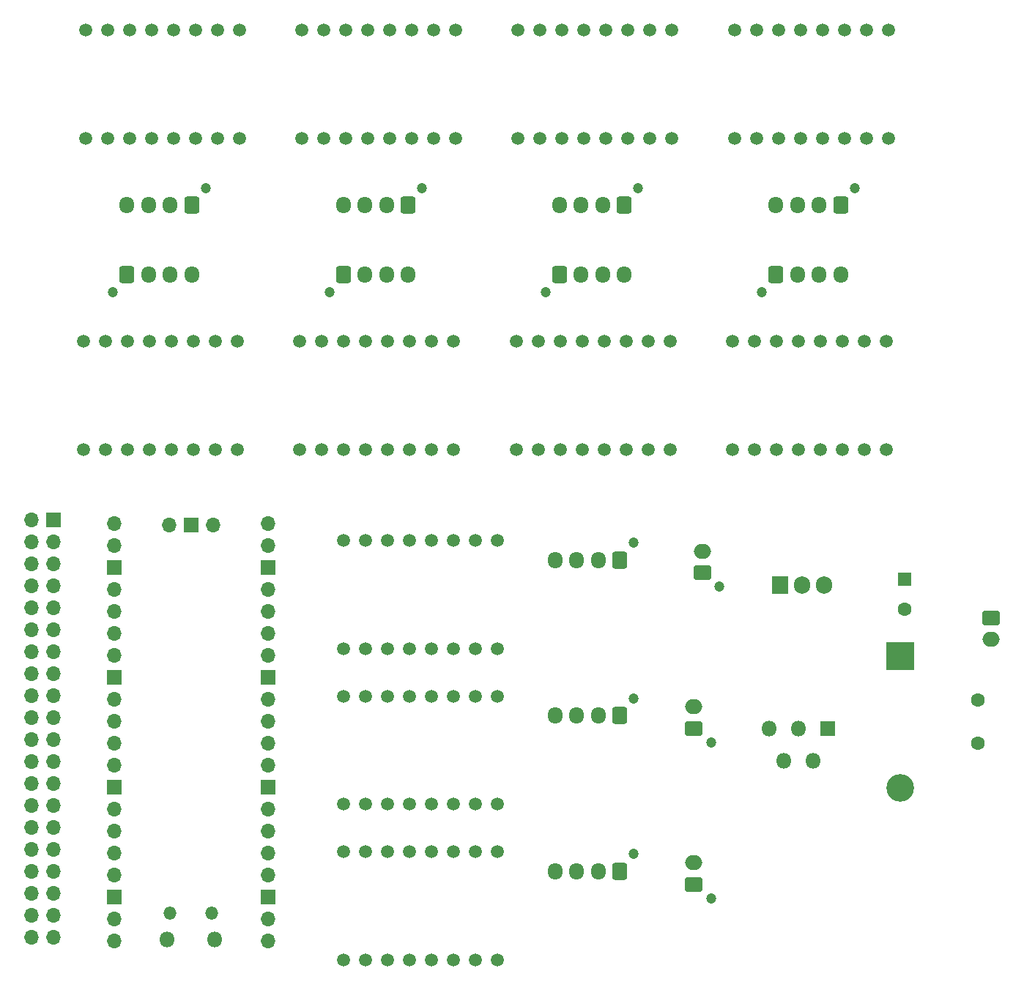
<source format=gbr>
%TF.GenerationSoftware,KiCad,Pcbnew,8.0.8-8.0.8-0~ubuntu24.04.1*%
%TF.CreationDate,2025-06-26T13:06:31-05:00*%
%TF.ProjectId,wasabi,77617361-6269-42e6-9b69-6361645f7063,rev?*%
%TF.SameCoordinates,Original*%
%TF.FileFunction,Soldermask,Bot*%
%TF.FilePolarity,Negative*%
%FSLAX46Y46*%
G04 Gerber Fmt 4.6, Leading zero omitted, Abs format (unit mm)*
G04 Created by KiCad (PCBNEW 8.0.8-8.0.8-0~ubuntu24.04.1) date 2025-06-26 13:06:31*
%MOMM*%
%LPD*%
G01*
G04 APERTURE LIST*
G04 Aperture macros list*
%AMRoundRect*
0 Rectangle with rounded corners*
0 $1 Rounding radius*
0 $2 $3 $4 $5 $6 $7 $8 $9 X,Y pos of 4 corners*
0 Add a 4 corners polygon primitive as box body*
4,1,4,$2,$3,$4,$5,$6,$7,$8,$9,$2,$3,0*
0 Add four circle primitives for the rounded corners*
1,1,$1+$1,$2,$3*
1,1,$1+$1,$4,$5*
1,1,$1+$1,$6,$7*
1,1,$1+$1,$8,$9*
0 Add four rect primitives between the rounded corners*
20,1,$1+$1,$2,$3,$4,$5,0*
20,1,$1+$1,$4,$5,$6,$7,0*
20,1,$1+$1,$6,$7,$8,$9,0*
20,1,$1+$1,$8,$9,$2,$3,0*%
G04 Aperture macros list end*
%ADD10C,1.500000*%
%ADD11RoundRect,0.250000X-0.750000X0.600000X-0.750000X-0.600000X0.750000X-0.600000X0.750000X0.600000X0*%
%ADD12O,2.000000X1.700000*%
%ADD13C,1.600000*%
%ADD14C,1.200000*%
%ADD15RoundRect,0.250000X0.600000X0.725000X-0.600000X0.725000X-0.600000X-0.725000X0.600000X-0.725000X0*%
%ADD16O,1.700000X1.950000*%
%ADD17RoundRect,0.250000X-0.600000X-0.725000X0.600000X-0.725000X0.600000X0.725000X-0.600000X0.725000X0*%
%ADD18O,1.800000X1.800000*%
%ADD19O,1.500000X1.500000*%
%ADD20O,1.700000X1.700000*%
%ADD21R,1.700000X1.700000*%
%ADD22R,3.200000X3.200000*%
%ADD23O,3.200000X3.200000*%
%ADD24R,1.800000X1.800000*%
%ADD25RoundRect,0.250000X0.750000X-0.600000X0.750000X0.600000X-0.750000X0.600000X-0.750000X-0.600000X0*%
%ADD26R,1.600000X1.600000*%
%ADD27R,1.905000X2.000000*%
%ADD28O,1.905000X2.000000*%
G04 APERTURE END LIST*
D10*
%TO.C,mp6500stepper_driver3*%
X111000000Y-113750000D03*
X113540000Y-113750000D03*
X116080000Y-113750000D03*
X118620000Y-113750000D03*
X121160000Y-113750000D03*
X123700000Y-113750000D03*
X126240000Y-113750000D03*
X128780000Y-113750000D03*
X111000000Y-126250000D03*
X113540000Y-126250000D03*
X116080000Y-126250000D03*
X118620000Y-126250000D03*
X121160000Y-126250000D03*
X123700000Y-126250000D03*
X126240000Y-126250000D03*
X128780000Y-126250000D03*
%TD*%
D11*
%TO.C,J1*%
X185900000Y-122700000D03*
D12*
X185900000Y-125200000D03*
%TD*%
D13*
%TO.C,C1*%
X184400000Y-132200000D03*
X184400000Y-137200000D03*
%TD*%
D14*
%TO.C,J3*%
X144600000Y-132000000D03*
D15*
X143000000Y-134000000D03*
D16*
X140500000Y-134000000D03*
X138000000Y-134000000D03*
X135500000Y-134000000D03*
%TD*%
D10*
%TO.C,mp6500stepper_driver7*%
X131000000Y-90750000D03*
X133540000Y-90750000D03*
X136080000Y-90750000D03*
X138620000Y-90750000D03*
X141160000Y-90750000D03*
X143700000Y-90750000D03*
X146240000Y-90750000D03*
X148780000Y-90750000D03*
X131000000Y-103250000D03*
X133540000Y-103250000D03*
X136080000Y-103250000D03*
X138620000Y-103250000D03*
X141160000Y-103250000D03*
X143700000Y-103250000D03*
X146240000Y-103250000D03*
X148780000Y-103250000D03*
%TD*%
D14*
%TO.C,J7*%
X84400000Y-85000000D03*
D17*
X86000000Y-83000000D03*
D16*
X88500000Y-83000000D03*
X91000000Y-83000000D03*
X93500000Y-83000000D03*
%TD*%
D14*
%TO.C,J5*%
X144600000Y-114000000D03*
D15*
X143000000Y-116000000D03*
D16*
X140500000Y-116000000D03*
X138000000Y-116000000D03*
X135500000Y-116000000D03*
%TD*%
D14*
%TO.C,J10*%
X159400000Y-85000000D03*
D17*
X161000000Y-83000000D03*
D16*
X163500000Y-83000000D03*
X166000000Y-83000000D03*
X168500000Y-83000000D03*
%TD*%
D10*
%TO.C,mp6500stepper_driver4*%
X99000000Y-67250000D03*
X96460000Y-67250000D03*
X93920000Y-67250000D03*
X91380000Y-67250000D03*
X88840000Y-67250000D03*
X86300000Y-67250000D03*
X83760000Y-67250000D03*
X81220000Y-67250000D03*
X99000000Y-54750000D03*
X96460000Y-54750000D03*
X93920000Y-54750000D03*
X91380000Y-54750000D03*
X88840000Y-54750000D03*
X86300000Y-54750000D03*
X83760000Y-54750000D03*
X81220000Y-54750000D03*
%TD*%
D14*
%TO.C,J15*%
X120100000Y-73000000D03*
D15*
X118500000Y-75000000D03*
D16*
X116000000Y-75000000D03*
X113500000Y-75000000D03*
X111000000Y-75000000D03*
%TD*%
D14*
%TO.C,J8*%
X109400000Y-85000000D03*
D17*
X111000000Y-83000000D03*
D16*
X113500000Y-83000000D03*
X116000000Y-83000000D03*
X118500000Y-83000000D03*
%TD*%
D10*
%TO.C,mp6500stepper_driver1*%
X111000000Y-131750000D03*
X113540000Y-131750000D03*
X116080000Y-131750000D03*
X118620000Y-131750000D03*
X121160000Y-131750000D03*
X123700000Y-131750000D03*
X126240000Y-131750000D03*
X128780000Y-131750000D03*
X111000000Y-144250000D03*
X113540000Y-144250000D03*
X116080000Y-144250000D03*
X118620000Y-144250000D03*
X121160000Y-144250000D03*
X123700000Y-144250000D03*
X126240000Y-144250000D03*
X128780000Y-144250000D03*
%TD*%
D18*
%TO.C,U2*%
X96115000Y-159890000D03*
D19*
X95815000Y-156860000D03*
X90965000Y-156860000D03*
D18*
X90665000Y-159890000D03*
D20*
X102280000Y-160020000D03*
X102280000Y-157480000D03*
D21*
X102280000Y-154940000D03*
D20*
X102280000Y-152400000D03*
X102280000Y-149860000D03*
X102280000Y-147320000D03*
X102280000Y-144780000D03*
D21*
X102280000Y-142240000D03*
D20*
X102280000Y-139700000D03*
X102280000Y-137160000D03*
X102280000Y-134620000D03*
X102280000Y-132080000D03*
D21*
X102280000Y-129540000D03*
D20*
X102280000Y-127000000D03*
X102280000Y-124460000D03*
X102280000Y-121920000D03*
X102280000Y-119380000D03*
D21*
X102280000Y-116840000D03*
D20*
X102280000Y-114300000D03*
X102280000Y-111760000D03*
X84500000Y-111760000D03*
X84500000Y-114300000D03*
D21*
X84500000Y-116840000D03*
D20*
X84500000Y-119380000D03*
X84500000Y-121920000D03*
X84500000Y-124460000D03*
X84500000Y-127000000D03*
D21*
X84500000Y-129540000D03*
D20*
X84500000Y-132080000D03*
X84500000Y-134620000D03*
X84500000Y-137160000D03*
X84500000Y-139700000D03*
D21*
X84500000Y-142240000D03*
D20*
X84500000Y-144780000D03*
X84500000Y-147320000D03*
X84500000Y-149860000D03*
X84500000Y-152400000D03*
D21*
X84500000Y-154940000D03*
D20*
X84500000Y-157480000D03*
X84500000Y-160020000D03*
X95930000Y-111990000D03*
D21*
X93390000Y-111990000D03*
D20*
X90850000Y-111990000D03*
%TD*%
D22*
%TO.C,D1*%
X175400000Y-127080000D03*
D23*
X175400000Y-142320000D03*
%TD*%
D24*
%TO.C,U1*%
X167000000Y-135500000D03*
D18*
X165300000Y-139200000D03*
X163600000Y-135500000D03*
X161900000Y-139200000D03*
X160200000Y-135500000D03*
%TD*%
D14*
%TO.C,J6*%
X95100000Y-73000000D03*
D15*
X93500000Y-75000000D03*
D16*
X91000000Y-75000000D03*
X88500000Y-75000000D03*
X86000000Y-75000000D03*
%TD*%
D10*
%TO.C,mp6500stepper_driver5*%
X81000000Y-90750000D03*
X83540000Y-90750000D03*
X86080000Y-90750000D03*
X88620000Y-90750000D03*
X91160000Y-90750000D03*
X93700000Y-90750000D03*
X96240000Y-90750000D03*
X98780000Y-90750000D03*
X81000000Y-103250000D03*
X83540000Y-103250000D03*
X86080000Y-103250000D03*
X88620000Y-103250000D03*
X91160000Y-103250000D03*
X93700000Y-103250000D03*
X96240000Y-103250000D03*
X98780000Y-103250000D03*
%TD*%
D14*
%TO.C,J11*%
X154500000Y-119100000D03*
D25*
X152500000Y-117500000D03*
D12*
X152500000Y-115000000D03*
%TD*%
D14*
%TO.C,J12*%
X153500000Y-137100000D03*
D25*
X151500000Y-135500000D03*
D12*
X151500000Y-133000000D03*
%TD*%
D14*
%TO.C,J13*%
X145100000Y-73000000D03*
D15*
X143500000Y-75000000D03*
D16*
X141000000Y-75000000D03*
X138500000Y-75000000D03*
X136000000Y-75000000D03*
%TD*%
D10*
%TO.C,mp6500stepper_driver6*%
X106000000Y-90750000D03*
X108540000Y-90750000D03*
X111080000Y-90750000D03*
X113620000Y-90750000D03*
X116160000Y-90750000D03*
X118700000Y-90750000D03*
X121240000Y-90750000D03*
X123780000Y-90750000D03*
X106000000Y-103250000D03*
X108540000Y-103250000D03*
X111080000Y-103250000D03*
X113620000Y-103250000D03*
X116160000Y-103250000D03*
X118700000Y-103250000D03*
X121240000Y-103250000D03*
X123780000Y-103250000D03*
%TD*%
D14*
%TO.C,J9*%
X134400000Y-85000000D03*
D17*
X136000000Y-83000000D03*
D16*
X138500000Y-83000000D03*
X141000000Y-83000000D03*
X143500000Y-83000000D03*
%TD*%
D10*
%TO.C,mp6500stepper_driver9*%
X124000000Y-67250000D03*
X121460000Y-67250000D03*
X118920000Y-67250000D03*
X116380000Y-67250000D03*
X113840000Y-67250000D03*
X111300000Y-67250000D03*
X108760000Y-67250000D03*
X106220000Y-67250000D03*
X124000000Y-54750000D03*
X121460000Y-54750000D03*
X118920000Y-54750000D03*
X116380000Y-54750000D03*
X113840000Y-54750000D03*
X111300000Y-54750000D03*
X108760000Y-54750000D03*
X106220000Y-54750000D03*
%TD*%
%TO.C,mp6500stepper_driver8*%
X156000000Y-90750000D03*
X158540000Y-90750000D03*
X161080000Y-90750000D03*
X163620000Y-90750000D03*
X166160000Y-90750000D03*
X168700000Y-90750000D03*
X171240000Y-90750000D03*
X173780000Y-90750000D03*
X156000000Y-103250000D03*
X158540000Y-103250000D03*
X161080000Y-103250000D03*
X163620000Y-103250000D03*
X166160000Y-103250000D03*
X168700000Y-103250000D03*
X171240000Y-103250000D03*
X173780000Y-103250000D03*
%TD*%
%TO.C,mp6500stepper_driver2*%
X111000000Y-149750000D03*
X113540000Y-149750000D03*
X116080000Y-149750000D03*
X118620000Y-149750000D03*
X121160000Y-149750000D03*
X123700000Y-149750000D03*
X126240000Y-149750000D03*
X128780000Y-149750000D03*
X111000000Y-162250000D03*
X113540000Y-162250000D03*
X116080000Y-162250000D03*
X118620000Y-162250000D03*
X121160000Y-162250000D03*
X123700000Y-162250000D03*
X126240000Y-162250000D03*
X128780000Y-162250000D03*
%TD*%
D14*
%TO.C,J14*%
X170100000Y-73000000D03*
D15*
X168500000Y-75000000D03*
D16*
X166000000Y-75000000D03*
X163500000Y-75000000D03*
X161000000Y-75000000D03*
%TD*%
D10*
%TO.C,mp6500stepper_driver12*%
X174000000Y-67250000D03*
X171460000Y-67250000D03*
X168920000Y-67250000D03*
X166380000Y-67250000D03*
X163840000Y-67250000D03*
X161300000Y-67250000D03*
X158760000Y-67250000D03*
X156220000Y-67250000D03*
X174000000Y-54750000D03*
X171460000Y-54750000D03*
X168920000Y-54750000D03*
X166380000Y-54750000D03*
X163840000Y-54750000D03*
X161300000Y-54750000D03*
X158760000Y-54750000D03*
X156220000Y-54750000D03*
%TD*%
%TO.C,mp6500stepper_driver11*%
X149000000Y-67250000D03*
X146460000Y-67250000D03*
X143920000Y-67250000D03*
X141380000Y-67250000D03*
X138840000Y-67250000D03*
X136300000Y-67250000D03*
X133760000Y-67250000D03*
X131220000Y-67250000D03*
X149000000Y-54750000D03*
X146460000Y-54750000D03*
X143920000Y-54750000D03*
X141380000Y-54750000D03*
X138840000Y-54750000D03*
X136300000Y-54750000D03*
X133760000Y-54750000D03*
X131220000Y-54750000D03*
%TD*%
D26*
%TO.C,C2*%
X175900000Y-118200000D03*
D13*
X175900000Y-121700000D03*
%TD*%
D21*
%TO.C,J2*%
X77540000Y-111380000D03*
D20*
X75000000Y-111380000D03*
X77540000Y-113920000D03*
X75000000Y-113920000D03*
X77540000Y-116460000D03*
X75000000Y-116460000D03*
X77540000Y-119000000D03*
X75000000Y-119000000D03*
X77540000Y-121540000D03*
X75000000Y-121540000D03*
X77540000Y-124080000D03*
X75000000Y-124080000D03*
X77540000Y-126620000D03*
X75000000Y-126620000D03*
X77540000Y-129160000D03*
X75000000Y-129160000D03*
X77540000Y-131700000D03*
X75000000Y-131700000D03*
X77540000Y-134240000D03*
X75000000Y-134240000D03*
X77540000Y-136780000D03*
X75000000Y-136780000D03*
X77540000Y-139320000D03*
X75000000Y-139320000D03*
X77540000Y-141860000D03*
X75000000Y-141860000D03*
X77540000Y-144400000D03*
X75000000Y-144400000D03*
X77540000Y-146940000D03*
X75000000Y-146940000D03*
X77540000Y-149480000D03*
X75000000Y-149480000D03*
X77540000Y-152020000D03*
X75000000Y-152020000D03*
X77540000Y-154560000D03*
X75000000Y-154560000D03*
X77540000Y-157100000D03*
X75000000Y-157100000D03*
X77540000Y-159640000D03*
X75000000Y-159640000D03*
%TD*%
D14*
%TO.C,J4*%
X144600000Y-150000000D03*
D15*
X143000000Y-152000000D03*
D16*
X140500000Y-152000000D03*
X138000000Y-152000000D03*
X135500000Y-152000000D03*
%TD*%
D27*
%TO.C,Q1*%
X161460000Y-118945000D03*
D28*
X164000000Y-118945000D03*
X166540000Y-118945000D03*
%TD*%
D14*
%TO.C,J16*%
X153500000Y-155100000D03*
D25*
X151500000Y-153500000D03*
D12*
X151500000Y-151000000D03*
%TD*%
M02*

</source>
